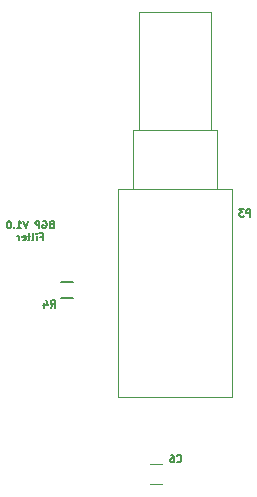
<source format=gbo>
G04 #@! TF.FileFunction,Legend,Bot*
%FSLAX46Y46*%
G04 Gerber Fmt 4.6, Leading zero omitted, Abs format (unit mm)*
G04 Created by KiCad (PCBNEW 4.0.4-1.fc24-product) date Thu Jan 11 10:50:09 2018*
%MOMM*%
%LPD*%
G01*
G04 APERTURE LIST*
%ADD10C,0.100000*%
%ADD11C,0.150000*%
%ADD12C,0.120000*%
G04 APERTURE END LIST*
D10*
D11*
X141457143Y-92932143D02*
X141371429Y-92960714D01*
X141342857Y-92989286D01*
X141314286Y-93046429D01*
X141314286Y-93132143D01*
X141342857Y-93189286D01*
X141371429Y-93217857D01*
X141428571Y-93246429D01*
X141657143Y-93246429D01*
X141657143Y-92646429D01*
X141457143Y-92646429D01*
X141400000Y-92675000D01*
X141371429Y-92703571D01*
X141342857Y-92760714D01*
X141342857Y-92817857D01*
X141371429Y-92875000D01*
X141400000Y-92903571D01*
X141457143Y-92932143D01*
X141657143Y-92932143D01*
X140742857Y-92675000D02*
X140800000Y-92646429D01*
X140885714Y-92646429D01*
X140971429Y-92675000D01*
X141028571Y-92732143D01*
X141057143Y-92789286D01*
X141085714Y-92903571D01*
X141085714Y-92989286D01*
X141057143Y-93103571D01*
X141028571Y-93160714D01*
X140971429Y-93217857D01*
X140885714Y-93246429D01*
X140828571Y-93246429D01*
X140742857Y-93217857D01*
X140714286Y-93189286D01*
X140714286Y-92989286D01*
X140828571Y-92989286D01*
X140457143Y-93246429D02*
X140457143Y-92646429D01*
X140228571Y-92646429D01*
X140171429Y-92675000D01*
X140142857Y-92703571D01*
X140114286Y-92760714D01*
X140114286Y-92846429D01*
X140142857Y-92903571D01*
X140171429Y-92932143D01*
X140228571Y-92960714D01*
X140457143Y-92960714D01*
X139485714Y-92646429D02*
X139285714Y-93246429D01*
X139085714Y-92646429D01*
X138571428Y-93246429D02*
X138914285Y-93246429D01*
X138742857Y-93246429D02*
X138742857Y-92646429D01*
X138800000Y-92732143D01*
X138857142Y-92789286D01*
X138914285Y-92817857D01*
X138314285Y-93189286D02*
X138285713Y-93217857D01*
X138314285Y-93246429D01*
X138342856Y-93217857D01*
X138314285Y-93189286D01*
X138314285Y-93246429D01*
X137914285Y-92646429D02*
X137857142Y-92646429D01*
X137799999Y-92675000D01*
X137771428Y-92703571D01*
X137742857Y-92760714D01*
X137714285Y-92875000D01*
X137714285Y-93017857D01*
X137742857Y-93132143D01*
X137771428Y-93189286D01*
X137799999Y-93217857D01*
X137857142Y-93246429D01*
X137914285Y-93246429D01*
X137971428Y-93217857D01*
X137999999Y-93189286D01*
X138028571Y-93132143D01*
X138057142Y-93017857D01*
X138057142Y-92875000D01*
X138028571Y-92760714D01*
X137999999Y-92703571D01*
X137971428Y-92675000D01*
X137914285Y-92646429D01*
X140528572Y-93982143D02*
X140728572Y-93982143D01*
X140728572Y-94296429D02*
X140728572Y-93696429D01*
X140442858Y-93696429D01*
X140214286Y-94296429D02*
X140214286Y-93896429D01*
X140214286Y-93696429D02*
X140242857Y-93725000D01*
X140214286Y-93753571D01*
X140185714Y-93725000D01*
X140214286Y-93696429D01*
X140214286Y-93753571D01*
X139842858Y-94296429D02*
X139900000Y-94267857D01*
X139928572Y-94210714D01*
X139928572Y-93696429D01*
X139700000Y-93896429D02*
X139471429Y-93896429D01*
X139614286Y-93696429D02*
X139614286Y-94210714D01*
X139585714Y-94267857D01*
X139528572Y-94296429D01*
X139471429Y-94296429D01*
X139042857Y-94267857D02*
X139100000Y-94296429D01*
X139214286Y-94296429D01*
X139271429Y-94267857D01*
X139300000Y-94210714D01*
X139300000Y-93982143D01*
X139271429Y-93925000D01*
X139214286Y-93896429D01*
X139100000Y-93896429D01*
X139042857Y-93925000D01*
X139014286Y-93982143D01*
X139014286Y-94039286D01*
X139300000Y-94096429D01*
X138757143Y-94296429D02*
X138757143Y-93896429D01*
X138757143Y-94010714D02*
X138728571Y-93953571D01*
X138700000Y-93925000D01*
X138642857Y-93896429D01*
X138585714Y-93896429D01*
D12*
X156760000Y-107560000D02*
X156760000Y-89940000D01*
X147140000Y-107560000D02*
X147140000Y-89940000D01*
X156760000Y-107560000D02*
X147140000Y-107560000D01*
X156760000Y-89940000D02*
X147140000Y-89940000D01*
X155510000Y-89940000D02*
X155510000Y-84940000D01*
X148390000Y-89940000D02*
X148390000Y-84940000D01*
X155510000Y-89940000D02*
X148390000Y-89940000D01*
X155510000Y-84940000D02*
X148390000Y-84940000D01*
X155010000Y-84940000D02*
X155010000Y-74940000D01*
X148890000Y-84940000D02*
X148890000Y-74940000D01*
X155010000Y-84940000D02*
X148890000Y-84940000D01*
X155010000Y-74940000D02*
X148890000Y-74940000D01*
D11*
X142300000Y-99175000D02*
X143300000Y-99175000D01*
X143300000Y-97825000D02*
X142300000Y-97825000D01*
D12*
X150800000Y-114950000D02*
X149800000Y-114950000D01*
X149800000Y-113250000D02*
X150800000Y-113250000D01*
D11*
X158292857Y-92271429D02*
X158292857Y-91671429D01*
X158064285Y-91671429D01*
X158007143Y-91700000D01*
X157978571Y-91728571D01*
X157950000Y-91785714D01*
X157950000Y-91871429D01*
X157978571Y-91928571D01*
X158007143Y-91957143D01*
X158064285Y-91985714D01*
X158292857Y-91985714D01*
X157750000Y-91671429D02*
X157378571Y-91671429D01*
X157578571Y-91900000D01*
X157492857Y-91900000D01*
X157435714Y-91928571D01*
X157407143Y-91957143D01*
X157378571Y-92014286D01*
X157378571Y-92157143D01*
X157407143Y-92214286D01*
X157435714Y-92242857D01*
X157492857Y-92271429D01*
X157664285Y-92271429D01*
X157721428Y-92242857D01*
X157750000Y-92214286D01*
X141400000Y-99971429D02*
X141600000Y-99685714D01*
X141742857Y-99971429D02*
X141742857Y-99371429D01*
X141514285Y-99371429D01*
X141457143Y-99400000D01*
X141428571Y-99428571D01*
X141400000Y-99485714D01*
X141400000Y-99571429D01*
X141428571Y-99628571D01*
X141457143Y-99657143D01*
X141514285Y-99685714D01*
X141742857Y-99685714D01*
X140885714Y-99571429D02*
X140885714Y-99971429D01*
X141028571Y-99342857D02*
X141171428Y-99771429D01*
X140800000Y-99771429D01*
X152100000Y-113014286D02*
X152128571Y-113042857D01*
X152214285Y-113071429D01*
X152271428Y-113071429D01*
X152357143Y-113042857D01*
X152414285Y-112985714D01*
X152442857Y-112928571D01*
X152471428Y-112814286D01*
X152471428Y-112728571D01*
X152442857Y-112614286D01*
X152414285Y-112557143D01*
X152357143Y-112500000D01*
X152271428Y-112471429D01*
X152214285Y-112471429D01*
X152128571Y-112500000D01*
X152100000Y-112528571D01*
X151585714Y-112471429D02*
X151700000Y-112471429D01*
X151757143Y-112500000D01*
X151785714Y-112528571D01*
X151842857Y-112614286D01*
X151871428Y-112728571D01*
X151871428Y-112957143D01*
X151842857Y-113014286D01*
X151814285Y-113042857D01*
X151757143Y-113071429D01*
X151642857Y-113071429D01*
X151585714Y-113042857D01*
X151557143Y-113014286D01*
X151528571Y-112957143D01*
X151528571Y-112814286D01*
X151557143Y-112757143D01*
X151585714Y-112728571D01*
X151642857Y-112700000D01*
X151757143Y-112700000D01*
X151814285Y-112728571D01*
X151842857Y-112757143D01*
X151871428Y-112814286D01*
M02*

</source>
